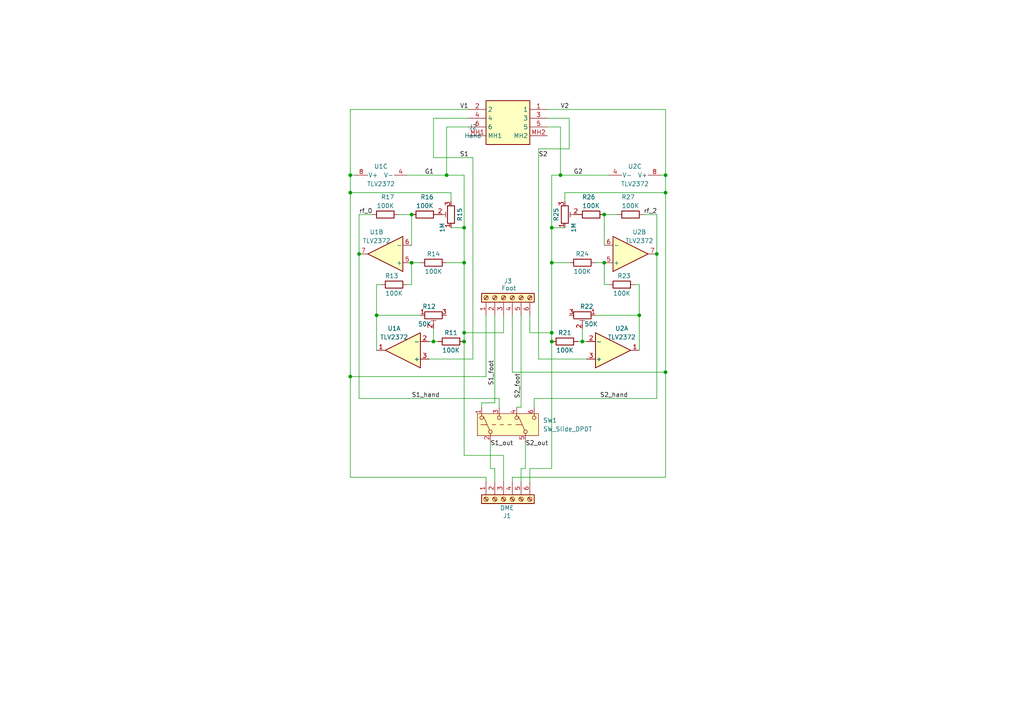
<source format=kicad_sch>
(kicad_sch (version 20231120) (generator "eeschema") (generator_version "8.0")
  (paper "A4")
  (title_block (title "BMW Auxiliary Accelerator Adapter"))
  (lib_symbols
    (symbol "Amplifier_Operational:TLV2372" (pin_names (offset 0.127))
      (property "Reference" "U" (at 0 5.08 0))
      (property "Value" "Amplifier_Operational_TLV2372" (at 0 -5.08 0))
      (symbol "TLV2372_1_1"
        (polyline (pts (xy -5.08 5.08) (xy 5.08 0) (xy -5.08 -5.08) (xy -5.08 5.08)) (stroke (width 0.254)) (fill (type background)))
        (pin output line (at 7.62 0 180) (length 2.54) (name "~") (number "1"))
        (pin input line (at -7.62 -2.54 0) (length 2.54) (name "-") (number "2"))
        (pin input line (at -7.62 2.54 0) (length 2.54) (name "+") (number "3"))
      )
      (symbol "TLV2372_2_1"
        (polyline (pts (xy -5.08 5.08) (xy 5.08 0) (xy -5.08 -5.08) (xy -5.08 5.08)) (stroke (width 0.254)) (fill (type background)))
        (pin input line (at -7.62 2.54 0) (length 2.54) (name "+") (number "5"))
        (pin input line (at -7.62 -2.54 0) (length 2.54) (name "-") (number "6"))
        (pin output line (at 7.62 0 180) (length 2.54) (name "~") (number "7"))
      )
      (symbol "TLV2372_3_1"
        (pin power_in line (at -2.54 -7.62 90) (length 3.81) (name "V-") (number "4"))
        (pin power_in line (at -2.54 7.62 270) (length 3.81) (name "V+") (number "8"))
      )
    )
    (symbol "Connector:Screw_Terminal_01x06" (pin_names (offset 1.016) hide)
      (property "Reference" "J" (at 0 7.62 0))
      (property "Value" "Screw_Terminal_01x06" (at 0 -10.16 0))
      (symbol "Screw_Terminal_01x06_1_1"
        (rectangle (start -1.27 6.35) (end 1.27 -8.89) (stroke (width 0.254)) (fill (type background)))
        (circle (center 0 -7.62) (radius 0.635) (stroke (width 0.1524)))
        (circle (center 0 -5.08) (radius 0.635) (stroke (width 0.1524)))
        (circle (center 0 -2.54) (radius 0.635) (stroke (width 0.1524)))
        (polyline (pts (xy -0.5334 -7.2898) (xy 0.3302 -8.128)) (stroke (width 0.1524)))
        (polyline (pts (xy -0.5334 -4.7498) (xy 0.3302 -5.588)) (stroke (width 0.1524)))
        (polyline (pts (xy -0.5334 -2.2098) (xy 0.3302 -3.048)) (stroke (width 0.1524)))
        (polyline (pts (xy -0.5334 0.3302) (xy 0.3302 -0.508)) (stroke (width 0.1524)))
        (polyline (pts (xy -0.5334 2.8702) (xy 0.3302 2.032)) (stroke (width 0.1524)))
        (polyline (pts (xy -0.5334 5.4102) (xy 0.3302 4.572)) (stroke (width 0.1524)))
        (polyline (pts (xy -0.3556 -7.112) (xy 0.508 -7.9502)) (stroke (width 0.1524)))
        (polyline (pts (xy -0.3556 -4.572) (xy 0.508 -5.4102)) (stroke (width 0.1524)))
        (polyline (pts (xy -0.3556 -2.032) (xy 0.508 -2.8702)) (stroke (width 0.1524)))
        (polyline (pts (xy -0.3556 0.508) (xy 0.508 -0.3302)) (stroke (width 0.1524)))
        (polyline (pts (xy -0.3556 3.048) (xy 0.508 2.2098)) (stroke (width 0.1524)))
        (polyline (pts (xy -0.3556 5.588) (xy 0.508 4.7498)) (stroke (width 0.1524)))
        (circle (center 0 0) (radius 0.635) (stroke (width 0.1524)))
        (circle (center 0 2.54) (radius 0.635) (stroke (width 0.1524)))
        (circle (center 0 5.08) (radius 0.635) (stroke (width 0.1524)))
        (pin passive line (at -5.08 5.08 0) (length 3.81) (name "Pin_1") (number "1"))
        (pin passive line (at -5.08 2.54 0) (length 3.81) (name "Pin_2") (number "2"))
        (pin passive line (at -5.08 0 0) (length 3.81) (name "Pin_3") (number "3"))
        (pin passive line (at -5.08 -2.54 0) (length 3.81) (name "Pin_4") (number "4"))
        (pin passive line (at -5.08 -5.08 0) (length 3.81) (name "Pin_5") (number "5"))
        (pin passive line (at -5.08 -7.62 0) (length 3.81) (name "Pin_6") (number "6"))
      )
    )
    (symbol "Device:R" (pin_numbers hide) (pin_names (offset 0))
      (property "Reference" "R" (at 2.032 0 90))
      (property "Value" "Device_R" (at 0 0 90))
      (symbol "R_0_1"
        (rectangle (start -1.016 -2.54) (end 1.016 2.54) (stroke (width 0.254)))
      )
      (symbol "R_1_1"
        (pin passive line (at 0 3.81 270) (length 1.27) (name "~") (number "1"))
        (pin passive line (at 0 -3.81 90) (length 1.27) (name "~") (number "2"))
      )
    )
    (symbol "Device:R_POT_TRIM" (pin_names (offset 1.016) hide)
      (property "Reference" "RV" (at -4.445 0 90))
      (property "Value" "Device_R_POT_TRIM" (at -2.54 0 90))
      (symbol "R_POT_TRIM_0_1"
        (polyline (pts (xy 1.524 0.762) (xy 1.524 -0.762)))
        (polyline (pts (xy 2.54 0) (xy 1.524 0)))
        (rectangle (start 1.016 2.54) (end -1.016 -2.54) (stroke (width 0.254)))
      )
      (symbol "R_POT_TRIM_1_1"
        (pin passive line (at 0 3.81 270) (length 1.27) (name "1") (number "1"))
        (pin passive line (at 3.81 0 180) (length 1.27) (name "2") (number "2"))
        (pin passive line (at 0 -3.81 90) (length 1.27) (name "3") (number "3"))
      )
    )
    (symbol "Switch:SW_Push_DPDT" (pin_names (offset 0) hide)
      (property "Reference" "SW" (at 0 10.16 0))
      (property "Value" "SW_Push_DPDT" (at 0 -10.16 0))
      (symbol "SW_Push_DPDT_0_0"
        (circle (center -2.032 -5.08) (radius 0.508))
        (circle (center -2.032 5.08) (radius 0.508))
        (circle (center 2.032 -7.62) (radius 0.508))
        (circle (center 2.032 2.54) (radius 0.508))
      )
      (symbol "SW_Push_DPDT_0_1"
        (polyline (pts (xy -1.524 -4.826) (xy 2.3368 -3.0988)))
        (polyline (pts (xy -1.524 5.334) (xy 2.3368 7.0612)))
        (polyline (pts (xy 0 -2.286) (xy 0 -4.064)))
        (polyline (pts (xy 0 -1.016) (xy 0 0)))
        (polyline (pts (xy 0 1.27) (xy 0 2.286)))
        (polyline (pts (xy 0 3.556) (xy 0 4.572)))
        (polyline (pts (xy 0 7.874) (xy 0 6.096)))
        (circle (center 2.032 -2.54) (radius 0.508))
        (circle (center 2.032 7.62) (radius 0.508))
      )
      (symbol "SW_Push_DPDT_1_1"
        (rectangle (start -3.175 8.89) (end 3.175 -8.89) (fill (type background)))
        (pin passive line (at 5.08 7.62 180) (length 2.54) (name "A") (number "1"))
        (pin passive line (at -5.08 5.08 0) (length 2.54) (name "B") (number "2"))
        (pin passive line (at 5.08 2.54 180) (length 2.54) (name "C") (number "3"))
        (pin passive line (at 5.08 -2.54 180) (length 2.54) (name "A") (number "4"))
        (pin passive line (at -5.08 -5.08 0) (length 2.54) (name "B") (number "5"))
        (pin passive line (at 5.08 -7.62 180) (length 2.54) (name "C") (number "6"))
      )
    )
    (symbol "gofaster:39-29-4069"
      (property "Reference" "J2" (at 1.27 -5.08 0))
      (property "Value" "Hand" (at 1.27 -7.62 0))
      (symbol "39-29-4069_1_1"
        (rectangle (start 5.08 2.54) (end 17.78 -10.16) (stroke (width 0.254)) (fill (type background)))
        (pin passive line (at 22.86 0 180) (length 5.08) (name "1") (number "1"))
        (pin passive line (at 0 0 0) (length 5.08) (name "2") (number "2"))
        (pin passive line (at 22.86 -2.54 180) (length 5.08) (name "3") (number "3"))
        (pin passive line (at 0 -2.54 0) (length 5.08) (name "4") (number "4"))
        (pin passive line (at 22.86 -5.08 180) (length 5.08) (name "5") (number "5"))
        (pin passive line (at 0 -5.08 0) (length 5.08) (name "6") (number "6"))
        (pin passive line (at 0 -7.62 0) (length 5.08) (name "MH1") (number "MH1"))
        (pin passive line (at 22.86 -7.62 180) (length 5.08) (name "MH2") (number "MH2"))
      )
    )
  )
  (junction (at 104.14 73.66))
  (junction (at 134.62 66.04))
  (junction (at 134.62 96.52))
  (junction (at 101.6 50.8))
  (junction (at 162.56 50.8))
  (junction (at 160.02 66.04))
  (junction (at 119.38 76.2))
  (junction (at 193.04 107.95))
  (junction (at 190.5 73.66))
  (junction (at 129.54 50.8))
  (junction (at 134.62 99.06))
  (junction (at 193.04 55.88))
  (junction (at 101.6 55.88))
  (junction (at 185.42 91.44))
  (junction (at 109.22 91.44))
  (junction (at 193.04 50.8))
  (junction (at 175.26 62.23))
  (junction (at 101.6 109.22))
  (junction (at 168.91 99.06))
  (junction (at 175.26 76.2))
  (junction (at 160.02 76.2))
  (junction (at 160.02 99.06))
  (junction (at 160.02 96.52))
  (junction (at 134.62 76.2))
  (junction (at 125.73 99.06))
  (junction (at 119.38 62.23))
  (bus_entry (at 111.76 -90.17) (size 2.54 2.54))
  (wire (pts (xy 165.1 43.18) (xy 165.1 34.29)))
  (wire (pts (xy 152.4 135.89) (xy 151.13 135.89)))
  (wire (pts (xy 142.24 128.27) (xy 142.24 135.89)))
  (wire (pts (xy 153.67 91.44) (xy 153.67 96.52)))
  (wire (pts (xy 104.14 115.57) (xy 104.14 73.66)))
  (wire (pts (xy 130.81 55.88) (xy 130.81 58.42)))
  (wire (pts (xy 109.22 91.44) (xy 109.22 101.6)))
  (wire (pts (xy 151.13 91.44) (xy 151.13 118.11)))
  (wire (pts (xy 151.13 135.89) (xy 151.13 139.7)))
  (wire (pts (xy 142.24 135.89) (xy 143.51 135.89)))
  (wire (pts (xy 110.49 82.55) (xy 109.22 82.55)))
  (wire (pts (xy 146.05 96.52) (xy 134.62 96.52)))
  (wire (pts (xy 160.02 135.89) (xy 153.67 135.89)))
  (wire (pts (xy 140.97 138.43) (xy 140.97 139.7)))
  (wire (pts (xy 168.91 95.25) (xy 168.91 99.06)))
  (wire (pts (xy 193.04 50.8) (xy 193.04 55.88)))
  (wire (pts (xy 125.73 95.25) (xy 125.73 99.06)))
  (wire (pts (xy 153.67 135.89) (xy 153.67 139.7)))
  (wire (pts (xy 193.04 55.88) (xy 193.04 107.95)))
  (wire (pts (xy 107.95 62.23) (xy 104.14 62.23)))
  (wire (pts (xy 144.78 115.57) (xy 144.78 118.11)))
  (wire (pts (xy 134.62 99.06) (xy 134.62 132.08)))
  (wire (pts (xy 172.72 76.2) (xy 175.26 76.2)))
  (wire (pts (xy 101.6 109.22) (xy 140.97 109.22)))
  (wire (pts (xy 162.56 50.8) (xy 160.02 50.8)))
  (wire (pts (xy 146.05 91.44) (xy 146.05 96.52)))
  (wire (pts (xy 160.02 96.52) (xy 160.02 99.06)))
  (wire (pts (xy 193.04 107.95) (xy 148.59 107.95)))
  (wire (pts (xy 160.02 76.2) (xy 165.1 76.2)))
  (wire (pts (xy 163.83 55.88) (xy 193.04 55.88)))
  (wire (pts (xy 121.92 91.44) (xy 109.22 91.44)))
  (wire (pts (xy 185.42 82.55) (xy 185.42 91.44)))
  (wire (pts (xy 148.59 107.95) (xy 148.59 91.44)))
  (wire (pts (xy 160.02 99.06) (xy 160.02 135.89)))
  (wire (pts (xy 125.73 99.06) (xy 127 99.06)))
  (wire (pts (xy 191.77 50.8) (xy 193.04 50.8)))
  (wire (pts (xy 104.14 62.23) (xy 104.14 73.66)))
  (wire (pts (xy 193.04 31.75) (xy 193.04 50.8)))
  (wire (pts (xy 158.75 31.75) (xy 193.04 31.75)))
  (wire (pts (xy 146.05 132.08) (xy 146.05 139.7)))
  (wire (pts (xy 168.91 99.06) (xy 167.64 99.06)))
  (wire (pts (xy 137.16 104.14) (xy 124.46 104.14)))
  (wire (pts (xy 134.62 76.2) (xy 134.62 96.52)))
  (wire (pts (xy 104.14 115.57) (xy 144.78 115.57)))
  (wire (pts (xy 101.6 50.8) (xy 102.87 50.8)))
  (wire (pts (xy 154.94 115.57) (xy 154.94 118.11)))
  (wire (pts (xy 101.6 138.43) (xy 140.97 138.43)))
  (wire (pts (xy 190.5 62.23) (xy 190.5 73.66)))
  (wire (pts (xy 137.16 45.72) (xy 137.16 104.14)))
  (wire (pts (xy 190.5 73.66) (xy 190.5 115.57)))
  (wire (pts (xy 121.92 76.2) (xy 119.38 76.2)))
  (wire (pts (xy 139.7 116.84) (xy 139.7 118.11)))
  (wire (pts (xy 115.57 62.23) (xy 119.38 62.23)))
  (wire (pts (xy 158.75 36.83) (xy 162.56 36.83)))
  (wire (pts (xy 151.13 118.11) (xy 149.86 118.11)))
  (wire (pts (xy 101.6 31.75) (xy 101.6 50.8)))
  (wire (pts (xy 119.38 82.55) (xy 119.38 76.2)))
  (wire (pts (xy 134.62 96.52) (xy 134.62 99.06)))
  (wire (pts (xy 137.16 45.72) (xy 125.73 45.72)))
  (wire (pts (xy 134.62 132.08) (xy 146.05 132.08)))
  (wire (pts (xy 134.62 50.8) (xy 134.62 66.04)))
  (wire (pts (xy 152.4 135.89) (xy 152.4 128.27)))
  (wire (pts (xy 129.54 50.8) (xy 134.62 50.8)))
  (wire (pts (xy 101.6 55.88) (xy 130.81 55.88)))
  (wire (pts (xy 163.83 66.04) (xy 160.02 66.04)))
  (wire (pts (xy 175.26 82.55) (xy 175.26 76.2)))
  (wire (pts (xy 170.18 99.06) (xy 168.91 99.06)))
  (wire (pts (xy 154.94 115.57) (xy 190.5 115.57)))
  (wire (pts (xy 125.73 45.72) (xy 125.73 34.29)))
  (wire (pts (xy 124.46 99.06) (xy 125.73 99.06)))
  (wire (pts (xy 130.81 66.04) (xy 134.62 66.04)))
  (wire (pts (xy 143.51 135.89) (xy 143.51 139.7)))
  (wire (pts (xy 179.07 62.23) (xy 175.26 62.23)))
  (wire (pts (xy 186.69 62.23) (xy 190.5 62.23)))
  (wire (pts (xy 134.62 66.04) (xy 134.62 76.2)))
  (wire (pts (xy 160.02 66.04) (xy 160.02 76.2)))
  (wire (pts (xy 134.62 76.2) (xy 129.54 76.2)))
  (wire (pts (xy 118.11 50.8) (xy 129.54 50.8)))
  (wire (pts (xy 184.15 82.55) (xy 185.42 82.55)))
  (wire (pts (xy 135.89 36.83) (xy 129.54 36.83)))
  (wire (pts (xy 175.26 62.23) (xy 175.26 71.12)))
  (wire (pts (xy 160.02 76.2) (xy 160.02 96.52)))
  (wire (pts (xy 160.02 50.8) (xy 160.02 66.04)))
  (wire (pts (xy 129.54 36.83) (xy 129.54 50.8)))
  (wire (pts (xy 140.97 109.22) (xy 140.97 91.44)))
  (wire (pts (xy 148.59 139.7) (xy 148.59 138.43)))
  (wire (pts (xy 165.1 34.29) (xy 158.75 34.29)))
  (wire (pts (xy 175.26 82.55) (xy 176.53 82.55)))
  (wire (pts (xy 156.21 43.18) (xy 165.1 43.18)))
  (wire (pts (xy 101.6 50.8) (xy 101.6 55.88)))
  (wire (pts (xy 125.73 34.29) (xy 135.89 34.29)))
  (wire (pts (xy 172.72 91.44) (xy 185.42 91.44)))
  (wire (pts (xy 139.7 116.84) (xy 143.51 116.84)))
  (wire (pts (xy 143.51 116.84) (xy 143.51 91.44)))
  (wire (pts (xy 176.53 50.8) (xy 162.56 50.8)))
  (wire (pts (xy 156.21 104.14) (xy 170.18 104.14)))
  (wire (pts (xy 119.38 62.23) (xy 119.38 71.12)))
  (wire (pts (xy 119.38 82.55) (xy 118.11 82.55)))
  (wire (pts (xy 109.22 82.55) (xy 109.22 91.44)))
  (wire (pts (xy 148.59 138.43) (xy 193.04 138.43)))
  (wire (pts (xy 185.42 91.44) (xy 185.42 101.6)))
  (wire (pts (xy 163.83 55.88) (xy 163.83 58.42)))
  (wire (pts (xy 101.6 109.22) (xy 101.6 138.43)))
  (wire (pts (xy 156.21 43.18) (xy 156.21 104.14)))
  (wire (pts (xy 101.6 31.75) (xy 135.89 31.75)))
  (wire (pts (xy 162.56 36.83) (xy 162.56 50.8)))
  (wire (pts (xy 101.6 55.88) (xy 101.6 109.22)))
  (wire (pts (xy 193.04 107.95) (xy 193.04 138.43)))
  (wire (pts (xy 153.67 96.52) (xy 160.02 96.52)))
  (label "S1_hand" (at 119.38 115.57 0))
  (label "rf_0" (at 104.14 62.23 0))
  (label "S2_foot" (at 151.13 115.57 90))
  (label "V2" (at 162.56 31.75 0))
  (label "S1_out" (at 142.24 129.54 0))
  (label "rf_2" (at 186.69 62.23 0))
  (label "S2" (at 156.21 45.72 0))
  (label "V1" (at 135.89 31.75 180))
  (label "S2_hand" (at 173.99 115.57 0))
  (label "G1" (at 123.19 50.8 0))
  (label "G2" (at 166.37 50.8 0))
  (label "S1" (at 133.35 45.72 0))
  (label "S2_out" (at 152.4 129.54 0))
  (label "S1_foot" (at 143.51 111.76 90))
  (symbol (lib_id "gofaster:39-29-4069") (at 135.89 31.75 0) (unit 1)
    (property "Reference" "J2" (at 137.16 36.83 0))
    (property "Value" "Hand" (at 137.16 39.37 0))
    (property "Footprint" "gofaster-library:39294069" (effects (hide yes)))
    (property "Datasheet" "https://www.molex.com/pdm_docs/sd/039294069_sd.pdf" (effects (hide yes)))
    (property "Description" "Headers & Wire Housings NEW MINI FIT CONN W MINI FIT CONN ASSY" (effects (hide yes)))
    (property "Height" "11.7" (effects (hide yes)))
    (property "Mouser Part Number" "538-39-29-4069" (effects (hide yes)))
    (property "Mouser Price/Stock" "https://www.mouser.co.uk/ProductDetail/Molex/39-29-4069?qs=1XlfjIQj4rw7QmWeEvjhlg%3D%3D" (effects (hide yes)))
    (property "Manufacturer_Name" "Molex" (effects (hide yes)))
    (property "Manufacturer_Part_Number" "39-29-4069" (effects (hide yes)))
  )
  (symbol (lib_id "Amplifier_Operational:TLV2372") (at 184.15 48.26 270) (mirror x) (unit 3)
    (property "Reference" "U2" (at 184.15 48.26 90))
    (property "Value" "TLV2372" (at 184.15 53.34 90))
    (property "Footprint" "Package_DIP:DIP-8_W7.62mm" (effects (hide yes)))
    (property "Datasheet" "http://www.ti.com/lit/ds/symlink/tlv2375.pdf" (effects (hide yes)))
  )
  (symbol (lib_id "Amplifier_Operational:TLV2372") (at 177.8 101.6 0) (mirror x) (unit 1)
    (property "Reference" "U2" (at 180.34 95.25 0))
    (property "Value" "TLV2372" (at 180.34 97.79 0))
    (property "Footprint" "Package_DIP:DIP-8_W7.62mm" (effects (hide yes)))
    (property "Datasheet" "http://www.ti.com/lit/ds/symlink/tlv2375.pdf" (effects (hide yes)))
  )
  (symbol (lib_id "Device:R") (at 163.83 99.06 270) (unit 1)
    (property "Reference" "R21" (at 163.83 96.52 90))
    (property "Value" "100K" (at 163.83 101.6 90))
    (property "Footprint" "Resistor_THT:R_Axial_DIN0207_L6.3mm_D2.5mm_P7.62mm_Horizontal" (effects (hide yes)))
  )
  (symbol (lib_id "Device:R_POT_TRIM") (at 168.91 91.44 270) (unit 1)
    (property "Reference" "R22" (at 170.18 88.9 90))
    (property "Value" "50K" (at 171.45 93.98 90))
    (property "Footprint" "Potentiometer_THT:Potentiometer_Bourns_3339S_Horizontal" (effects (hide yes)))
  )
  (symbol (lib_id "Amplifier_Operational:TLV2372") (at 182.88 73.66 0) (mirror x) (unit 2)
    (property "Reference" "U2" (at 185.42 67.31 0))
    (property "Value" "TLV2372" (at 185.42 69.85 0))
    (property "Footprint" "Package_DIP:DIP-8_W7.62mm" (effects (hide yes)))
    (property "Datasheet" "http://www.ti.com/lit/ds/symlink/tlv2375.pdf" (effects (hide yes)))
  )
  (symbol (lib_id "Device:R") (at 180.34 82.55 270) (mirror x) (unit 1)
    (property "Reference" "R23" (at 179.07 80.01 90) (effects (justify left)))
    (property "Value" "100K" (at 177.8 85.09 90) (effects (justify left)))
    (property "Footprint" "Resistor_THT:R_Axial_DIN0207_L6.3mm_D2.5mm_P7.62mm_Horizontal" (effects (hide yes)))
  )
  (symbol (lib_id "Device:R") (at 168.91 76.2 270) (unit 1)
    (property "Reference" "R24" (at 168.91 73.66 90))
    (property "Value" "100K" (at 168.91 78.74 90))
    (property "Footprint" "Resistor_THT:R_Axial_DIN0207_L6.3mm_D2.5mm_P7.62mm_Horizontal" (effects (hide yes)))
  )
  (symbol (lib_id "Device:R") (at 182.88 62.23 90) (mirror x) (unit 1)
    (property "Reference" "R27" (at 184.15 57.15 90) (effects (justify left)))
    (property "Value" "100K" (at 185.42 59.69 90) (effects (justify left)))
    (property "Footprint" "Resistor_THT:R_Axial_DIN0207_L6.3mm_D2.5mm_P7.62mm_Horizontal" (effects (hide yes)))
  )
  (symbol (lib_id "Device:R_POT_TRIM") (at 163.83 62.23 0) (mirror x) (unit 1)
    (property "Reference" "R25" (at 161.29 62.23 90))
    (property "Value" "1M" (at 166.37 66.04 90))
    (property "Footprint" "Potentiometer_THT:Potentiometer_Bourns_3339S_Horizontal" (effects (hide yes)))
  )
  (symbol (lib_id "Device:R") (at 171.45 62.23 90) (mirror x) (unit 1)
    (property "Reference" "R26" (at 172.72 57.15 90) (effects (justify left)))
    (property "Value" "100K" (at 173.99 59.69 90) (effects (justify left)))
    (property "Footprint" "Resistor_THT:R_Axial_DIN0207_L6.3mm_D2.5mm_P7.62mm_Horizontal" (effects (hide yes)))
  )
  (symbol (lib_id "Amplifier_Operational:TLV2372") (at 110.49 48.26 90) (unit 3)
    (property "Reference" "U1" (at 110.49 48.26 90))
    (property "Value" "TLV2372" (at 110.49 53.34 90))
    (property "Footprint" "Package_DIP:DIP-8_W7.62mm" (effects (hide yes)))
    (property "Datasheet" "http://www.ti.com/lit/ds/symlink/tlv2375.pdf" (effects (hide yes)))
  )
  (symbol (lib_id "Amplifier_Operational:TLV2372") (at 111.76 73.66 180) (unit 2)
    (property "Reference" "U1" (at 109.22 67.31 0))
    (property "Value" "TLV2372" (at 109.22 69.85 0))
    (property "Footprint" "Package_DIP:DIP-8_W7.62mm" (effects (hide yes)))
    (property "Datasheet" "http://www.ti.com/lit/ds/symlink/tlv2375.pdf" (effects (hide yes)))
  )
  (symbol (lib_id "Device:R") (at 114.3 82.55 90) (unit 1)
    (property "Reference" "R13" (at 115.57 80.01 90) (effects (justify left)))
    (property "Value" "100K" (at 116.84 85.09 90) (effects (justify left)))
    (property "Footprint" "Resistor_THT:R_Axial_DIN0207_L6.3mm_D2.5mm_P7.62mm_Horizontal" (effects (hide yes)))
  )
  (symbol (lib_id "Device:R") (at 125.73 76.2 90) (mirror x) (unit 1)
    (property "Reference" "R14" (at 125.73 73.66 90))
    (property "Value" "100K" (at 125.73 78.74 90))
    (property "Footprint" "Resistor_THT:R_Axial_DIN0207_L6.3mm_D2.5mm_P7.62mm_Horizontal" (effects (hide yes)))
  )
  (symbol (lib_id "Device:R") (at 111.76 62.23 270) (unit 1)
    (property "Reference" "R17" (at 110.49 57.15 90) (effects (justify left)))
    (property "Value" "100K" (at 109.22 59.69 90) (effects (justify left)))
    (property "Footprint" "Resistor_THT:R_Axial_DIN0207_L6.3mm_D2.5mm_P7.62mm_Horizontal" (effects (hide yes)))
  )
  (symbol (lib_id "Device:R_POT_TRIM") (at 125.73 91.44 90) (mirror x) (unit 1)
    (property "Reference" "R12" (at 124.46 88.9 90))
    (property "Value" "50K" (at 123.19 93.98 90))
    (property "Footprint" "Potentiometer_THT:Potentiometer_Bourns_3339S_Horizontal" (effects (hide yes)))
  )
  (symbol (lib_id "Device:R") (at 130.81 99.06 90) (mirror x) (unit 1)
    (property "Reference" "R11" (at 130.81 96.52 90))
    (property "Value" "100K" (at 130.81 101.6 90))
    (property "Footprint" "Resistor_THT:R_Axial_DIN0207_L6.3mm_D2.5mm_P7.62mm_Horizontal" (effects (hide yes)))
  )
  (symbol (lib_id "Amplifier_Operational:TLV2372") (at 116.84 101.6 180) (unit 1)
    (property "Reference" "U1" (at 114.3 95.25 0))
    (property "Value" "TLV2372" (at 114.3 97.79 0))
    (property "Footprint" "Package_DIP:DIP-8_W7.62mm" (effects (hide yes)))
    (property "Datasheet" "http://www.ti.com/lit/ds/symlink/tlv2375.pdf" (effects (hide yes)))
  )
  (symbol (lib_id "Device:R_POT_TRIM") (at 130.81 62.23 180) (unit 1)
    (property "Reference" "R15" (at 133.35 62.23 90))
    (property "Value" "1M" (at 128.27 66.04 90))
    (property "Footprint" "Potentiometer_THT:Potentiometer_Bourns_3339S_Horizontal" (effects (hide yes)))
  )
  (symbol (lib_id "Device:R") (at 123.19 62.23 270) (unit 1)
    (property "Reference" "R16" (at 121.92 57.15 90) (effects (justify left)))
    (property "Value" "100K" (at 120.65 59.69 90) (effects (justify left)))
    (property "Footprint" "Resistor_THT:R_Axial_DIN0207_L6.3mm_D2.5mm_P7.62mm_Horizontal" (effects (hide yes)))
  )
  (symbol (lib_id "Connector:Screw_Terminal_01x06") (at 146.05 144.78 90) (mirror x) (unit 1)
    (property "Reference" "J1" (at 147.066 149.606 90))
    (property "Value" "DME" (at 147.066 147.32 90))
    (property "Footprint" "gofaster-library:CUI_TB002-500-06BE" (effects (hide yes)))
    (property "Description" "Generic screw terminal, single row, 01x06, script generated (kicad-library-utils/schlib/autogen/connector/)" (effects (hide yes)))
  )
  (symbol (lib_id "Connector:Screw_Terminal_01x06") (at 146.05 86.36 90) (unit 1)
    (property "Reference" "J3" (at 147.32 81.534 90))
    (property "Value" "Foot" (at 147.574 83.566 90))
    (property "Footprint" "gofaster-library:CUI_TB002-500-06BE" (effects (hide yes)))
    (property "Description" "Generic screw terminal, single row, 01x06, script generated (kicad-library-utils/schlib/autogen/connector/)" (effects (hide yes)))
  )
  (symbol (lib_id "Switch:SW_Push_DPDT") (at 147.32 123.19 90) (unit 1)
    (property "Reference" "SW1" (at 157.48 121.9199 90) (effects (justify right)))
    (property "Value" "SW_Slide_DPDT" (at 157.48 124.4599 90) (effects (justify right)))
    (property "Footprint" "gofaster-library:PBH2UEEKZXNAG1RBLK" (effects (hide yes)))
    (property "Description" "Momentary Switch, dual pole double throw" (effects (hide yes)))
  )
)
</source>
